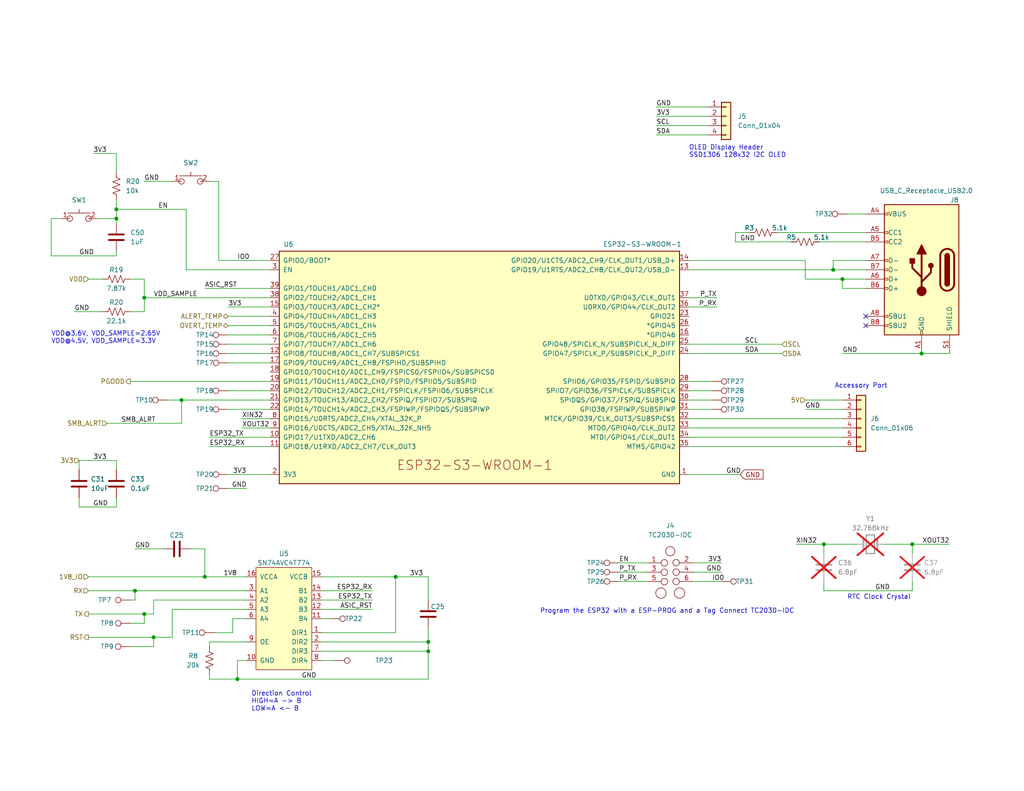
<source format=kicad_sch>
(kicad_sch (version 20231120) (generator "eeschema") (generator_version "8.0")
  (paper "A")
  (title_block (title "bitaxeHex") (date "2024-03-09") (rev "303"))
  (lib_symbols
    (symbol "Connector:TestPoint" (pin_numbers hide) (pin_names (offset 0.762) hide)
      (property "Reference" "TP" (at 0 6.858 0))
      (property "Value" "TestPoint" (at 0 5.08 0))
      (symbol "TestPoint_0_1"
        (circle (center 0 3.302) (radius 0.762))
      )
      (symbol "TestPoint_1_1"
        (pin passive line (at 0 0 90) (length 2.54) (name "1") (number "1"))
      )
    )
    (symbol "Connector:USB_C_Receptacle_USB2.0" (pin_names (offset 1.016))
      (property "Reference" "J" (at -10.16 19.05 0))
      (property "Value" "USB_C_Receptacle_USB2.0" (at 19.05 19.05 0))
      (symbol "USB_C_Receptacle_USB2.0_0_0"
        (rectangle (start -0.254 -17.78) (end 0.254 -16.764))
        (rectangle (start 10.16 -14.986) (end 9.144 -15.494))
        (rectangle (start 10.16 -12.446) (end 9.144 -12.954))
        (rectangle (start 10.16 -4.826) (end 9.144 -5.334))
        (rectangle (start 10.16 -2.286) (end 9.144 -2.794))
        (rectangle (start 10.16 0.254) (end 9.144 -0.254))
        (rectangle (start 10.16 2.794) (end 9.144 2.286))
        (rectangle (start 10.16 7.874) (end 9.144 7.366))
        (rectangle (start 10.16 10.414) (end 9.144 9.906))
        (rectangle (start 10.16 15.494) (end 9.144 14.986))
      )
      (symbol "USB_C_Receptacle_USB2.0_0_1"
        (rectangle (start -10.16 17.78) (end 10.16 -17.78) (stroke (width 0.254)) (fill (type background)))
        (arc (start -8.89 -3.81) (mid -6.985 -5.7067) (end -5.08 -3.81) (stroke (width 0.508)))
        (arc (start -7.62 -3.81) (mid -6.985 -4.4423) (end -6.35 -3.81) (stroke (width 0.254)))
        (arc (start -7.62 -3.81) (mid -6.985 -4.4423) (end -6.35 -3.81) (stroke (width 0.254)) (fill (type outline)))
        (rectangle (start -7.62 -3.81) (end -6.35 3.81) (stroke (width 0.254)) (fill (type outline)))
        (arc (start -6.35 3.81) (mid -6.985 4.4423) (end -7.62 3.81) (stroke (width 0.254)))
        (arc (start -6.35 3.81) (mid -6.985 4.4423) (end -7.62 3.81) (stroke (width 0.254)) (fill (type outline)))
        (arc (start -5.08 3.81) (mid -6.985 5.7067) (end -8.89 3.81) (stroke (width 0.508)))
        (circle (center -2.54 1.143) (radius 0.635) (stroke (width 0.254)) (fill (type outline)))
        (circle (center 0 -5.842) (radius 1.27) (fill (type outline)))
        (polyline (pts (xy -8.89 -3.81) (xy -8.89 3.81)) (stroke (width 0.508)))
        (polyline (pts (xy -5.08 3.81) (xy -5.08 -3.81)) (stroke (width 0.508)))
        (polyline (pts (xy 0 -5.842) (xy 0 4.318)) (stroke (width 0.508)))
        (polyline (pts (xy 0 -3.302) (xy -2.54 -0.762) (xy -2.54 0.508)) (stroke (width 0.508)))
        (polyline (pts (xy 0 -2.032) (xy 2.54 0.508) (xy 2.54 1.778)) (stroke (width 0.508)))
        (polyline (pts (xy -1.27 4.318) (xy 0 6.858) (xy 1.27 4.318) (xy -1.27 4.318)) (stroke (width 0.254)) (fill (type outline)))
        (rectangle (start 1.905 1.778) (end 3.175 3.048) (stroke (width 0.254)) (fill (type outline)))
      )
      (symbol "USB_C_Receptacle_USB2.0_1_1"
        (pin passive line (at 0 -22.86 90) (length 5.08) (name "GND") (number "A1"))
        (pin passive line (at 0 -22.86 90) (length 5.08) hide (name "GND") (number "A12"))
        (pin passive line (at 15.24 15.24 180) (length 5.08) (name "VBUS") (number "A4"))
        (pin bidirectional line (at 15.24 10.16 180) (length 5.08) (name "CC1") (number "A5"))
        (pin bidirectional line (at 15.24 -2.54 180) (length 5.08) (name "D+") (number "A6"))
        (pin bidirectional line (at 15.24 2.54 180) (length 5.08) (name "D-") (number "A7"))
        (pin bidirectional line (at 15.24 -12.7 180) (length 5.08) (name "SBU1") (number "A8"))
        (pin passive line (at 15.24 15.24 180) (length 5.08) hide (name "VBUS") (number "A9"))
        (pin passive line (at 0 -22.86 90) (length 5.08) hide (name "GND") (number "B1"))
        (pin passive line (at 0 -22.86 90) (length 5.08) hide (name "GND") (number "B12"))
        (pin passive line (at 15.24 15.24 180) (length 5.08) hide (name "VBUS") (number "B4"))
        (pin bidirectional line (at 15.24 7.62 180) (length 5.08) (name "CC2") (number "B5"))
        (pin bidirectional line (at 15.24 -5.08 180) (length 5.08) (name "D+") (number "B6"))
        (pin bidirectional line (at 15.24 0 180) (length 5.08) (name "D-") (number "B7"))
        (pin bidirectional line (at 15.24 -15.24 180) (length 5.08) (name "SBU2") (number "B8"))
        (pin passive line (at 15.24 15.24 180) (length 5.08) hide (name "VBUS") (number "B9"))
        (pin passive line (at -7.62 -22.86 90) (length 5.08) (name "SHIELD") (number "S1"))
      )
    )
    (symbol "Connector_Generic:Conn_01x04" (pin_names (offset 1.016) hide)
      (property "Reference" "J" (at 0 5.08 0))
      (property "Value" "Conn_01x04" (at 0 -7.62 0))
      (symbol "Conn_01x04_1_1"
        (rectangle (start -1.27 -4.953) (end 0 -5.207) (stroke (width 0.1524)))
        (rectangle (start -1.27 -2.413) (end 0 -2.667) (stroke (width 0.1524)))
        (rectangle (start -1.27 0.127) (end 0 -0.127) (stroke (width 0.1524)))
        (rectangle (start -1.27 2.667) (end 0 2.413) (stroke (width 0.1524)))
        (rectangle (start -1.27 3.81) (end 1.27 -6.35) (stroke (width 0.254)) (fill (type background)))
        (pin passive line (at -5.08 2.54 0) (length 3.81) (name "Pin_1") (number "1"))
        (pin passive line (at -5.08 0 0) (length 3.81) (name "Pin_2") (number "2"))
        (pin passive line (at -5.08 -2.54 0) (length 3.81) (name "Pin_3") (number "3"))
        (pin passive line (at -5.08 -5.08 0) (length 3.81) (name "Pin_4") (number "4"))
      )
    )
    (symbol "Connector_Generic:Conn_01x06" (pin_names (offset 1.016) hide)
      (property "Reference" "J" (at 0 7.62 0))
      (property "Value" "Conn_01x06" (at 0 -10.16 0))
      (symbol "Conn_01x06_1_1"
        (rectangle (start -1.27 -7.493) (end 0 -7.747) (stroke (width 0.1524)))
        (rectangle (start -1.27 -4.953) (end 0 -5.207) (stroke (width 0.1524)))
        (rectangle (start -1.27 -2.413) (end 0 -2.667) (stroke (width 0.1524)))
        (rectangle (start -1.27 0.127) (end 0 -0.127) (stroke (width 0.1524)))
        (rectangle (start -1.27 2.667) (end 0 2.413) (stroke (width 0.1524)))
        (rectangle (start -1.27 5.207) (end 0 4.953) (stroke (width 0.1524)))
        (rectangle (start -1.27 6.35) (end 1.27 -8.89) (stroke (width 0.254)) (fill (type background)))
        (pin passive line (at -5.08 5.08 0) (length 3.81) (name "Pin_1") (number "1"))
        (pin passive line (at -5.08 2.54 0) (length 3.81) (name "Pin_2") (number "2"))
        (pin passive line (at -5.08 0 0) (length 3.81) (name "Pin_3") (number "3"))
        (pin passive line (at -5.08 -2.54 0) (length 3.81) (name "Pin_4") (number "4"))
        (pin passive line (at -5.08 -5.08 0) (length 3.81) (name "Pin_5") (number "5"))
        (pin passive line (at -5.08 -7.62 0) (length 3.81) (name "Pin_6") (number "6"))
      )
    )
    (symbol "Device:C" (pin_numbers hide) (pin_names (offset 0.254))
      (property "Reference" "C" (at 0.635 2.54 0))
      (property "Value" "C" (at 0.635 -2.54 0))
      (symbol "C_0_1"
        (polyline (pts (xy -2.032 -0.762) (xy 2.032 -0.762)) (stroke (width 0.508)))
        (polyline (pts (xy -2.032 0.762) (xy 2.032 0.762)) (stroke (width 0.508)))
      )
      (symbol "C_1_1"
        (pin passive line (at 0 3.81 270) (length 2.794) (name "~") (number "1"))
        (pin passive line (at 0 -3.81 90) (length 2.794) (name "~") (number "2"))
      )
    )
    (symbol "Device:Crystal" (pin_numbers hide) (pin_names (offset 1.016) hide)
      (property "Reference" "Y" (at 0 3.81 0))
      (property "Value" "Crystal" (at 0 -3.81 0))
      (symbol "Crystal_0_1"
        (rectangle (start -1.143 2.54) (end 1.143 -2.54) (stroke (width 0.3048)))
        (polyline (pts (xy -2.54 0) (xy -1.905 0)))
        (polyline (pts (xy -1.905 -1.27) (xy -1.905 1.27)) (stroke (width 0.508)))
        (polyline (pts (xy 1.905 -1.27) (xy 1.905 1.27)) (stroke (width 0.508)))
        (polyline (pts (xy 2.54 0) (xy 1.905 0)))
      )
      (symbol "Crystal_1_1"
        (pin passive line (at -3.81 0 0) (length 1.27) (name "1") (number "1"))
        (pin passive line (at 3.81 0 180) (length 1.27) (name "2") (number "2"))
      )
    )
    (symbol "Device:R_US" (pin_numbers hide) (pin_names (offset 0))
      (property "Reference" "R" (at 2.54 0 90))
      (property "Value" "R_US" (at -2.54 0 90))
      (symbol "R_US_0_1"
        (polyline (pts (xy 0 -2.286) (xy 0 -2.54)))
        (polyline (pts (xy 0 2.286) (xy 0 2.54)))
        (polyline (pts (xy 0 -0.762) (xy 1.016 -1.143) (xy 0 -1.524) (xy -1.016 -1.905) (xy 0 -2.286)))
        (polyline (pts (xy 0 0.762) (xy 1.016 0.381) (xy 0 0) (xy -1.016 -0.381) (xy 0 -0.762)))
        (polyline (pts (xy 0 2.286) (xy 1.016 1.905) (xy 0 1.524) (xy -1.016 1.143) (xy 0 0.762)))
      )
      (symbol "R_US_1_1"
        (pin passive line (at 0 3.81 270) (length 1.27) (name "~") (number "1"))
        (pin passive line (at 0 -3.81 90) (length 1.27) (name "~") (number "2"))
      )
    )
    (symbol "bitaxe:ESP32-S3-WROOM-1" (pin_names (offset 1.016))
      (property "Reference" "U12" (at -50.8 34.925 0))
      (property "Value" "ESP32-S3-WROOM-1" (at 45.72 34.925 0))
      (symbol "ESP32-S3-WROOM-1_0_0"
        (rectangle (start -53.34 33.02) (end 55.88 -30.48) (stroke (width 0.254)) (fill (type background)))
        (text "ESP32-S3-WROOM-1" (at 0 -25.4 0) (effects (font (size 2.54 2.54))))
        (pin power_in line (at 58.42 -27.94 180) (length 2.54) (name "GND") (number "1"))
        (pin bidirectional line (at -55.88 -17.78 0) (length 2.54) (name "GPIO17/U1TXD/ADC2_CH6") (number "10"))
        (pin bidirectional line (at -55.88 -20.32 0) (length 2.54) (name "GPIO18/U1RXD/ADC2_CH7/CLK_OUT3") (number "11"))
        (pin bidirectional line (at -55.88 5.08 0) (length 2.54) (name "GPIO8/TOUCH8/ADC1_CH7/SUBSPICS1") (number "12"))
        (pin bidirectional line (at 58.42 27.94 180) (length 2.54) (name "GPIO19/U1RTS/ADC2_CH8/CLK_OUT2/USB_D-") (number "13"))
        (pin bidirectional line (at 58.42 30.48 180) (length 2.54) (name "GPIO20/U1CTS/ADC2_CH9/CLK_OUT1/USB_D+") (number "14"))
        (pin bidirectional line (at -55.88 17.78 0) (length 2.54) (name "GPIO3/TOUCH3/ADC1_CH2*") (number "15"))
        (pin bidirectional line (at 58.42 10.16 180) (length 2.54) (name "*GPIO46") (number "16"))
        (pin bidirectional line (at -55.88 2.54 0) (length 2.54) (name "GPIO9/TOUCH9/ADC1_CH8/FSPIHD/SUBSPIHD") (number "17"))
        (pin bidirectional line (at -55.88 0 0) (length 2.54) (name "GPIO10/TOUCH10/ADC1_CH9/FSPICS0/FSPIIO4/SUBSPICS0") (number "18"))
        (pin bidirectional line (at -55.88 -2.54 0) (length 2.54) (name "GPIO11/TOUCH11/ADC2_CH0/FSPID/FSPIIO5/SUBSPID") (number "19"))
        (pin power_in line (at -55.88 -27.94 0) (length 2.54) (name "3V3") (number "2"))
        (pin bidirectional line (at -55.88 -5.08 0) (length 2.54) (name "GPIO12/TOUCH12/ADC2_CH1/FSPICLK/FSPIIO6/SUBSPICLK") (number "20"))
        (pin bidirectional line (at -55.88 -7.62 0) (length 2.54) (name "GPIO13/TOUCH13/ADC2_CH2/FSPIQ/FSPIIO7/SUBSPIQ") (number "21"))
        (pin bidirectional line (at -55.88 -10.16 0) (length 2.54) (name "GPIO14/TOUCH14/ADC2_CH3/FSPIWP/FSPIDQS/SUBSPIWP") (number "22"))
        (pin bidirectional line (at 58.42 15.24 180) (length 2.54) (name "GPIO21") (number "23"))
        (pin bidirectional line (at 58.42 5.08 180) (length 2.54) (name "GPIO47/SPICLK_P/SUBSPICLK_P_DIFF") (number "24"))
        (pin bidirectional line (at 58.42 7.62 180) (length 2.54) (name "GPIO48/SPICLK_N/SUBSPICLK_N_DIFF") (number "25"))
        (pin bidirectional line (at 58.42 12.7 180) (length 2.54) (name "*GPIO45") (number "26"))
        (pin bidirectional line (at -55.88 30.48 0) (length 2.54) (name "GPIO0/BOOT*") (number "27"))
        (pin bidirectional line (at 58.42 -2.54 180) (length 2.54) (name "SPIIO6/GPIO35/FSPID/SUBSPID") (number "28"))
        (pin bidirectional line (at 58.42 -5.08 180) (length 2.54) (name "SPIIO7/GPIO36/FSPICLK/SUBSPICLK") (number "29"))
        (pin input line (at -55.88 27.94 0) (length 2.54) (name "EN") (number "3"))
        (pin bidirectional line (at 58.42 -7.62 180) (length 2.54) (name "SPIDQS/GPIO37/FSPIQ/SUBSPIQ") (number "30"))
        (pin bidirectional line (at 58.42 -10.16 180) (length 2.54) (name "GPIO38/FSPIWP/SUBSPIWP") (number "31"))
        (pin bidirectional line (at 58.42 -12.7 180) (length 2.54) (name "MTCK/GPIO39/CLK_OUT3/SUBSPICS1") (number "32"))
        (pin bidirectional line (at 58.42 -15.24 180) (length 2.54) (name "MTDO/GPIO40/CLK_OUT2") (number "33"))
        (pin bidirectional line (at 58.42 -17.78 180) (length 2.54) (name "MTDI/GPIO41/CLK_OUT1") (number "34"))
        (pin bidirectional line (at 58.42 -20.32 180) (length 2.54) (name "MTMS/GPIO42") (number "35"))
        (pin bidirectional line (at 58.42 17.78 180) (length 2.54) (name "U0RXD/GPIO44/CLK_OUT2") (number "36"))
        (pin bidirectional line (at 58.42 20.32 180) (length 2.54) (name "U0TXD/GPIO43/CLK_OUT1") (number "37"))
        (pin bidirectional line (at -55.88 20.32 0) (length 2.54) (name "GPIO2/TOUCH2/ADC1_CH1") (number "38"))
        (pin bidirectional line (at -55.88 22.86 0) (length 2.54) (name "GPIO1/TOUCH1/ADC1_CH0") (number "39"))
        (pin bidirectional line (at -55.88 15.24 0) (length 2.54) (name "GPIO4/TOUCH4/ADC1_CH3") (number "4"))
        (pin passive line (at 58.42 -27.94 180) (length 2.54) hide (name "GND") (number "40"))
        (pin passive line (at 58.42 -27.94 180) (length 2.54) hide (name "GND") (number "41"))
        (pin bidirectional line (at -55.88 12.7 0) (length 2.54) (name "GPIO5/TOUCH5/ADC1_CH4") (number "5"))
        (pin bidirectional line (at -55.88 10.16 0) (length 2.54) (name "GPIO6/TOUCH6/ADC1_CH5") (number "6"))
        (pin bidirectional line (at -55.88 7.62 0) (length 2.54) (name "GPIO7/TOUCH7/ADC1_CH6") (number "7"))
        (pin bidirectional line (at -55.88 -12.7 0) (length 2.54) (name "GPIO15/U0RTS/ADC2_CH4/XTAL_32K_P") (number "8"))
        (pin bidirectional line (at -55.88 -15.24 0) (length 2.54) (name "GPIO16/U0CTS/ADC2_CH5/XTAL_32K_NH5") (number "9"))
      )
    )
    (symbol "bitaxe:SN74AVC4T774" (pin_names (offset 1.016))
      (property "Reference" "U" (at -6.35 12.7 0))
      (property "Value" "SN74AVC4T774" (at -7.62 -19.05 0))
      (symbol "SN74AVC4T774_0_0"
        (rectangle (start -7.62 11.43) (end 7.62 -16.51) (stroke (width 0.1524)) (fill (type background)))
      )
      (symbol "SN74AVC4T774_1_0"
        (pin input line (at 10.16 -6.35 180) (length 2.54) (name "DIR1") (number "1"))
        (pin power_in line (at -10.16 -13.97 0) (length 2.54) (name "GND") (number "10"))
        (pin bidirectional line (at 10.16 -2.54 180) (length 2.54) (name "B4") (number "11"))
        (pin bidirectional line (at 10.16 0 180) (length 2.54) (name "B3") (number "12"))
        (pin bidirectional line (at 10.16 2.54 180) (length 2.54) (name "B2") (number "13"))
        (pin bidirectional line (at 10.16 5.08 180) (length 2.54) (name "B1") (number "14"))
        (pin power_in line (at 10.16 8.89 180) (length 2.54) (name "VCCB") (number "15"))
        (pin power_in line (at -10.16 8.89 0) (length 2.54) (name "VCCA") (number "16"))
        (pin input line (at 10.16 -8.89 180) (length 2.54) (name "DIR2") (number "2"))
        (pin bidirectional line (at -10.16 5.08 0) (length 2.54) (name "A1") (number "3"))
        (pin bidirectional line (at -10.16 2.54 0) (length 2.54) (name "A2") (number "4"))
        (pin bidirectional line (at -10.16 0 0) (length 2.54) (name "A3") (number "5"))
        (pin bidirectional line (at -10.16 -2.54 0) (length 2.54) (name "A4") (number "6"))
        (pin input line (at 10.16 -11.43 180) (length 2.54) (name "DIR3") (number "7"))
        (pin input line (at 10.16 -13.97 180) (length 2.54) (name "DIR4") (number "8"))
        (pin input line (at -10.16 -8.89 0) (length 2.54) (name "OE") (number "9"))
      )
    )
    (symbol "bitaxe:SWITCH-SPST"
      (property "Reference" "SW1" (at 0 3.81 0))
      (symbol "SWITCH-SPST_0_1"
        (circle (center -2.54 0) (radius 0.76))
        (polyline (pts (xy -3.05 1.52) (xy 3.05 1.52)))
        (polyline (pts (xy 0 1.52) (xy 0 2.54)))
        (circle (center 2.54 0) (radius 0.76))
        (pin unspecified line (at -5.08 0 0) (length 2.54) (name "~") (number "1"))
        (pin unspecified line (at 5.08 0 180) (length 2.54) (name "~") (number "2"))
      )
    )
    (symbol "bitaxe:TC2030-IDC-NL" (pin_names (offset 1.016) hide)
      (property "Reference" "J5" (at 0 12.7 0))
      (property "Value" "TC2030-IDC" (at 0 10.16 0))
      (symbol "TC2030-IDC-NL_0_1"
        (circle (center -2.54 -5.715) (radius 1.4224))
        (circle (center -1.6002 2.54) (radius 0.889))
        (circle (center 0 5.715) (radius 1.27))
      )
      (symbol "TC2030-IDC-NL_1_1"
        (circle (center -1.6002 -2.5908) (radius 0.889))
        (circle (center -1.6002 -0.0508) (radius 0.889))
        (circle (center 1.6002 -2.54) (radius 0.889))
        (circle (center 1.6002 0) (radius 0.889))
        (circle (center 1.6002 2.5908) (radius 0.889))
        (circle (center 2.54 -5.715) (radius 1.4224))
        (pin passive line (at -6.35 2.54 0) (length 3.81) (name "Pin_1") (number "1"))
        (pin passive line (at 6.35 2.54 180) (length 3.81) (name "Pin_2") (number "2"))
        (pin passive line (at -6.35 0 0) (length 3.81) (name "Pin_3") (number "3"))
        (pin passive line (at 6.35 0 180) (length 3.81) (name "Pin_4") (number "4"))
        (pin passive line (at -6.35 -2.54 0) (length 3.81) (name "Pin_5") (number "5"))
        (pin passive line (at 6.35 -2.54 180) (length 3.81) (name "Pin_6") (number "6"))
      )
    )
  )
  (junction (at 31.75 57.15))
  (junction (at 49.53 109.22))
  (junction (at 224.79 148.59))
  (junction (at 116.84 177.8))
  (junction (at 107.95 157.48))
  (junction (at 41.91 173.99))
  (junction (at 116.84 175.26))
  (junction (at 251.46 96.52))
  (junction (at 39.37 81.28))
  (junction (at 39.37 167.64))
  (junction (at 248.92 148.59))
  (junction (at 64.77 185.42))
  (junction (at 36.83 161.29))
  (junction (at 229.87 76.2))
  (junction (at 31.75 59.69))
  (junction (at 55.88 157.48))
  (junction (at 227.33 73.66))
  (no_connect (at 236.22 86.36))
  (no_connect (at 236.22 88.9))
  (wire (pts (xy 107.95 157.48) (xy 116.84 157.48)))
  (wire (pts (xy 57.15 49.53) (xy 59.69 49.53)))
  (wire (pts (xy 39.37 49.53) (xy 46.99 49.53)))
  (wire (pts (xy 21.59 125.73) (xy 21.59 128.27)))
  (wire (pts (xy 219.71 111.76) (xy 229.87 111.76)))
  (wire (pts (xy 31.75 68.58) (xy 31.75 69.85)))
  (wire (pts (xy 187.96 129.54) (xy 201.93 129.54)))
  (wire (pts (xy 64.77 185.42) (xy 116.84 185.42)))
  (wire (pts (xy 67.31 175.26) (xy 57.15 175.26)))
  (wire (pts (xy 116.84 177.8) (xy 116.84 185.42)))
  (wire (pts (xy 67.31 180.34) (xy 64.77 180.34)))
  (wire (pts (xy 13.97 69.85) (xy 31.75 69.85)))
  (wire (pts (xy 39.37 85.09) (xy 35.56 85.09)))
  (wire (pts (xy 25.4 41.91) (xy 31.75 41.91)))
  (wire (pts (xy 87.63 157.48) (xy 107.95 157.48)))
  (wire (pts (xy 187.96 71.12) (xy 219.71 71.12)))
  (wire (pts (xy 50.8 57.15) (xy 31.75 57.15)))
  (wire (pts (xy 39.37 76.2) (xy 39.37 81.28)))
  (wire (pts (xy 241.3 148.59) (xy 248.92 148.59)))
  (wire (pts (xy 62.23 88.9) (xy 73.66 88.9)))
  (wire (pts (xy 189.23 156.21) (xy 196.85 156.21)))
  (wire (pts (xy 36.83 161.29) (xy 67.31 161.29)))
  (wire (pts (xy 187.96 111.76) (xy 194.31 111.76)))
  (wire (pts (xy 62.23 111.76) (xy 73.66 111.76)))
  (wire (pts (xy 31.75 138.43) (xy 21.59 138.43)))
  (wire (pts (xy 224.79 161.29) (xy 224.79 158.75)))
  (wire (pts (xy 229.87 78.74) (xy 236.22 78.74)))
  (wire (pts (xy 251.46 96.52) (xy 259.08 96.52)))
  (wire (pts (xy 63.5 168.91) (xy 67.31 168.91)))
  (wire (pts (xy 189.23 153.67) (xy 196.85 153.67)))
  (wire (pts (xy 87.63 161.29) (xy 101.6 161.29)))
  (wire (pts (xy 59.69 71.12) (xy 73.66 71.12)))
  (wire (pts (xy 31.75 59.69) (xy 31.75 60.96)))
  (wire (pts (xy 31.75 135.89) (xy 31.75 138.43)))
  (wire (pts (xy 36.83 163.83) (xy 36.83 161.29)))
  (wire (pts (xy 227.33 73.66) (xy 236.22 73.66)))
  (wire (pts (xy 62.23 86.36) (xy 73.66 86.36)))
  (wire (pts (xy 200.66 63.5) (xy 204.47 63.5)))
  (wire (pts (xy 229.87 96.52) (xy 251.46 96.52)))
  (wire (pts (xy 229.87 76.2) (xy 229.87 78.74)))
  (wire (pts (xy 87.63 175.26) (xy 116.84 175.26)))
  (wire (pts (xy 49.53 109.22) (xy 49.53 115.57)))
  (wire (pts (xy 219.71 76.2) (xy 229.87 76.2)))
  (wire (pts (xy 39.37 81.28) (xy 39.37 85.09)))
  (wire (pts (xy 248.92 148.59) (xy 259.08 148.59)))
  (wire (pts (xy 66.04 114.3) (xy 73.66 114.3)))
  (wire (pts (xy 87.63 166.37) (xy 101.6 166.37)))
  (wire (pts (xy 187.96 73.66) (xy 227.33 73.66)))
  (wire (pts (xy 87.63 163.83) (xy 101.6 163.83)))
  (wire (pts (xy 187.96 121.92) (xy 229.87 121.92)))
  (wire (pts (xy 45.72 109.22) (xy 49.53 109.22)))
  (wire (pts (xy 35.56 176.53) (xy 41.91 176.53)))
  (wire (pts (xy 58.42 172.72) (xy 63.5 172.72)))
  (wire (pts (xy 217.17 148.59) (xy 224.79 148.59)))
  (wire (pts (xy 116.84 175.26) (xy 116.84 177.8)))
  (wire (pts (xy 224.79 161.29) (xy 248.92 161.29)))
  (wire (pts (xy 41.91 167.64) (xy 39.37 167.64)))
  (wire (pts (xy 224.79 148.59) (xy 224.79 151.13)))
  (wire (pts (xy 24.13 76.2) (xy 27.94 76.2)))
  (wire (pts (xy 219.71 109.22) (xy 229.87 109.22)))
  (wire (pts (xy 67.31 163.83) (xy 41.91 163.83)))
  (wire (pts (xy 20.32 85.09) (xy 27.94 85.09)))
  (wire (pts (xy 189.23 158.75) (xy 196.85 158.75)))
  (wire (pts (xy 59.69 49.53) (xy 59.69 71.12)))
  (wire (pts (xy 179.07 34.29) (xy 193.04 34.29)))
  (wire (pts (xy 57.15 175.26) (xy 57.15 176.53)))
  (wire (pts (xy 62.23 91.44) (xy 73.66 91.44)))
  (wire (pts (xy 200.66 66.04) (xy 200.66 63.5)))
  (wire (pts (xy 66.04 116.84) (xy 73.66 116.84)))
  (wire (pts (xy 49.53 109.22) (xy 73.66 109.22)))
  (wire (pts (xy 41.91 173.99) (xy 24.13 173.99)))
  (wire (pts (xy 187.96 114.3) (xy 229.87 114.3)))
  (wire (pts (xy 13.97 59.69) (xy 13.97 69.85)))
  (wire (pts (xy 187.96 109.22) (xy 194.31 109.22)))
  (wire (pts (xy 35.56 170.18) (xy 39.37 170.18)))
  (wire (pts (xy 52.07 149.86) (xy 55.88 149.86)))
  (wire (pts (xy 26.67 59.69) (xy 31.75 59.69)))
  (wire (pts (xy 87.63 180.34) (xy 91.44 180.34)))
  (wire (pts (xy 224.79 148.59) (xy 233.68 148.59)))
  (wire (pts (xy 73.66 81.28) (xy 39.37 81.28)))
  (wire (pts (xy 168.91 158.75) (xy 176.53 158.75)))
  (wire (pts (xy 87.63 168.91) (xy 90.17 168.91)))
  (wire (pts (xy 36.83 149.86) (xy 44.45 149.86)))
  (wire (pts (xy 39.37 167.64) (xy 24.13 167.64)))
  (wire (pts (xy 179.07 36.83) (xy 193.04 36.83)))
  (wire (pts (xy 62.23 133.35) (xy 67.31 133.35)))
  (wire (pts (xy 57.15 185.42) (xy 57.15 184.15)))
  (wire (pts (xy 62.23 96.52) (xy 73.66 96.52)))
  (wire (pts (xy 55.88 78.74) (xy 73.66 78.74)))
  (wire (pts (xy 227.33 71.12) (xy 227.33 73.66)))
  (wire (pts (xy 31.75 41.91) (xy 31.75 46.99)))
  (wire (pts (xy 187.96 81.28) (xy 195.58 81.28)))
  (wire (pts (xy 219.71 76.2) (xy 219.71 71.12)))
  (wire (pts (xy 229.87 76.2) (xy 236.22 76.2)))
  (wire (pts (xy 168.91 156.21) (xy 176.53 156.21)))
  (wire (pts (xy 62.23 83.82) (xy 73.66 83.82)))
  (wire (pts (xy 21.59 138.43) (xy 21.59 135.89)))
  (wire (pts (xy 73.66 73.66) (xy 50.8 73.66)))
  (wire (pts (xy 16.51 59.69) (xy 13.97 59.69)))
  (wire (pts (xy 187.96 106.68) (xy 194.31 106.68)))
  (wire (pts (xy 116.84 171.45) (xy 116.84 175.26)))
  (wire (pts (xy 248.92 148.59) (xy 248.92 151.13)))
  (wire (pts (xy 57.15 121.92) (xy 73.66 121.92)))
  (wire (pts (xy 55.88 149.86) (xy 55.88 157.48)))
  (wire (pts (xy 57.15 119.38) (xy 73.66 119.38)))
  (wire (pts (xy 31.75 54.61) (xy 31.75 57.15)))
  (wire (pts (xy 168.91 153.67) (xy 176.53 153.67)))
  (wire (pts (xy 187.96 116.84) (xy 229.87 116.84)))
  (wire (pts (xy 46.99 166.37) (xy 46.99 173.99)))
  (wire (pts (xy 215.9 66.04) (xy 200.66 66.04)))
  (wire (pts (xy 35.56 104.14) (xy 73.66 104.14)))
  (wire (pts (xy 62.23 99.06) (xy 73.66 99.06)))
  (wire (pts (xy 212.09 63.5) (xy 236.22 63.5)))
  (wire (pts (xy 41.91 163.83) (xy 41.91 167.64)))
  (wire (pts (xy 35.56 163.83) (xy 36.83 163.83)))
  (wire (pts (xy 46.99 173.99) (xy 41.91 173.99)))
  (wire (pts (xy 39.37 170.18) (xy 39.37 167.64)))
  (wire (pts (xy 87.63 177.8) (xy 116.84 177.8)))
  (wire (pts (xy 116.84 157.48) (xy 116.84 163.83)))
  (wire (pts (xy 187.96 83.82) (xy 195.58 83.82)))
  (wire (pts (xy 64.77 185.42) (xy 57.15 185.42)))
  (wire (pts (xy 107.95 172.72) (xy 107.95 157.48)))
  (wire (pts (xy 62.23 129.54) (xy 73.66 129.54)))
  (wire (pts (xy 248.92 158.75) (xy 248.92 161.29)))
  (wire (pts (xy 31.75 125.73) (xy 21.59 125.73)))
  (wire (pts (xy 35.56 76.2) (xy 39.37 76.2)))
  (wire (pts (xy 187.96 96.52) (xy 213.36 96.52)))
  (wire (pts (xy 24.13 161.29) (xy 36.83 161.29)))
  (wire (pts (xy 29.21 115.57) (xy 49.53 115.57)))
  (wire (pts (xy 223.52 66.04) (xy 236.22 66.04)))
  (wire (pts (xy 179.07 31.75) (xy 193.04 31.75)))
  (wire (pts (xy 231.14 58.42) (xy 236.22 58.42)))
  (wire (pts (xy 55.88 157.48) (xy 67.31 157.48)))
  (wire (pts (xy 31.75 128.27) (xy 31.75 125.73)))
  (wire (pts (xy 41.91 176.53) (xy 41.91 173.99)))
  (wire (pts (xy 62.23 106.68) (xy 73.66 106.68)))
  (wire (pts (xy 236.22 71.12) (xy 227.33 71.12)))
  (wire (pts (xy 187.96 104.14) (xy 194.31 104.14)))
  (wire (pts (xy 187.96 93.98) (xy 213.36 93.98)))
  (wire (pts (xy 63.5 172.72) (xy 63.5 168.91)))
  (wire (pts (xy 67.31 166.37) (xy 46.99 166.37)))
  (wire (pts (xy 62.23 93.98) (xy 73.66 93.98)))
  (wire (pts (xy 24.13 157.48) (xy 55.88 157.48)))
  (wire (pts (xy 31.75 57.15) (xy 31.75 59.69)))
  (wire (pts (xy 50.8 73.66) (xy 50.8 57.15)))
  (wire (pts (xy 187.96 119.38) (xy 229.87 119.38)))
  (wire (pts (xy 64.77 180.34) (xy 64.77 185.42)))
  (wire (pts (xy 87.63 172.72) (xy 107.95 172.72)))
  (wire (pts (xy 179.07 29.21) (xy 193.04 29.21)))
  (text "OLED Display Header\nSSD1306 128x32 I2C OLED" (at 187.96 43.18 0) (effects (font (size 1.27 1.27)) (justify left bottom)))
  (text "RTC Clock Crystal" (at 231.14 163.83 0) (effects (font (size 1.27 1.27)) (justify left bottom)))
  (text "Accessory Port" (at 234.95 105.41 0) (effects (font (size 1.27 1.27))))
  (text "Program the ESP32 with a ESP-PROG and a Tag Connect TC2030-IDC" (at 147.32 167.64 0) (effects (font (size 1.27 1.27)) (justify left bottom)))
  (text "VDD@3.6V, VDD_SAMPLE=2.65V\nVDD@4.5V, VDD_SAMPLE=3.3V\n" (at 13.97 93.98 0) (effects (font (size 1.27 1.27)) (justify left bottom)))
  (text "Direction Control\nHIGH=A -> B\nLOW=A <- B" (at 68.58 194.31 0) (effects (font (size 1.27 1.27)) (justify left bottom)))
  (label "EN" (at 43.18 57.15 0))
  (label "P_RX" (at 168.91 158.75 0))
  (label "GND" (at 229.87 96.52 0))
  (label "3V3" (at 111.76 157.48 0))
  (label "GND" (at 20.32 85.09 0))
  (label "3V3" (at 62.23 83.82 0))
  (label "1V8" (at 60.96 157.48 0))
  (label "SMB_ALRT" (at 33.02 115.57 0))
  (label "P_TX" (at 168.91 156.21 0))
  (label "EN" (at 168.91 153.67 0))
  (label "GND" (at 201.93 66.04 0))
  (label "XOUT32" (at 259.08 148.59 180))
  (label "P_RX" (at 195.58 83.82 180))
  (label "GND" (at 21.59 69.85 0))
  (label "GND" (at 25.4 138.43 0))
  (label "3V3" (at 63.5 129.54 0))
  (label "3V3" (at 179.07 31.75 0))
  (label "GND" (at 179.07 29.21 0))
  (label "GND" (at 219.71 111.76 0))
  (label "SDA" (at 203.2 96.52 0))
  (label "GND" (at 67.31 133.35 180))
  (label "ASIC_RST" (at 101.6 166.37 180))
  (label "XIN32" (at 66.04 114.3 0))
  (label "GND" (at 238.76 161.29 0))
  (label "GND" (at 39.37 49.53 0))
  (label "3V3" (at 196.85 153.67 180))
  (label "SDA" (at 179.07 36.83 0))
  (label "IO0" (at 194.31 158.75 0))
  (label "SCL" (at 203.2 93.98 0))
  (label "XOUT32" (at 66.04 116.84 0))
  (label "XIN32" (at 217.17 148.59 0))
  (label "GND" (at 198.12 129.54 0))
  (label "3V3" (at 25.4 125.73 0))
  (label "GND" (at 36.83 149.86 0))
  (label "IO0" (at 64.77 71.12 0))
  (label "P_TX" (at 195.58 81.28 180))
  (label "VDD_SAMPLE" (at 41.91 81.28 0))
  (label "SCL" (at 179.07 34.29 0))
  (label "GND" (at 196.85 156.21 180))
  (label "3V3" (at 25.4 41.91 0))
  (label "ESP32_TX" (at 101.6 163.83 180))
  (label "ESP32_RX" (at 57.15 121.92 0))
  (label "ESP32_RX" (at 101.6 161.29 180))
  (label "ASIC_RST" (at 55.88 78.74 0))
  (label "ESP32_TX" (at 57.15 119.38 0))
  (label "GND" (at 86.36 185.42 180))
  (global_label "GND" (shape input) (at 201.93 129.54 0) (property "Intersheetrefs" "${INTERSHEET_REFS}" (effects (hide yes))))
  (hierarchical_label "1V8_IO" (shape input) (at 24.13 157.48 180))
  (hierarchical_label "SMB_ALRT" (shape input) (at 29.21 115.57 180))
  (hierarchical_label "3V3" (shape input) (at 21.59 125.73 180))
  (hierarchical_label "OVERT_TEMP" (shape bidirectional) (at 62.23 88.9 180))
  (hierarchical_label "ALERT_TEMP" (shape bidirectional) (at 62.23 86.36 180))
  (hierarchical_label "SCL" (shape input) (at 213.36 93.98 0))
  (hierarchical_label "SDA" (shape input) (at 213.36 96.52 0))
  (hierarchical_label "5V" (shape input) (at 219.71 109.22 180))
  (hierarchical_label "VDD" (shape input) (at 24.13 76.2 180))
  (hierarchical_label "RST" (shape output) (at 24.13 173.99 180))
  (hierarchical_label "PGOOD" (shape output) (at 35.56 104.14 180))
  (hierarchical_label "TX" (shape output) (at 24.13 167.64 180))
  (hierarchical_label "RX" (shape input) (at 24.13 161.29 180))
  (symbol (lib_id "Device:R_US") (at 208.28 63.5 90) (unit 1)
    (property "Reference" "R3" (at 204.47 62.23 90))
    (property "Value" "5.1k" (at 212.725 62.23 90))
    (property "Footprint" "Resistor_SMD:R_0402_1005Metric" (effects (hide yes)))
    (property "DK" "13-RC0402FR-135K1LCT-ND" (effects (hide yes)))
    (property "PARTNO" "RC0402FR-135K1L" (effects (hide yes)))
  )
  (symbol (lib_id "Device:C") (at 31.75 64.77 0) (unit 1)
    (property "Reference" "C50" (at 35.56 63.4999 0) (effects (justify left)))
    (property "Value" "1uF" (at 35.56 66.0399 0) (effects (justify left)))
    (property "Footprint" "Capacitor_SMD:C_0402_1005Metric" (effects (hide yes)))
    (property "DK" "587-5514-1-ND" (effects (hide yes)))
    (property "PARTNO" "EMK105BJ105MV-F" (effects (hide yes)))
  )
  (symbol (lib_id "Connector:TestPoint") (at 62.23 93.98 90) (unit 1) (in_bom no)
    (property "Reference" "TP15" (at 55.88 93.98 90))
    (property "Value" "TestPoint" (effects (hide yes)))
    (property "Footprint" "TestPoint:TestPoint_Pad_D1.0mm" (effects (hide yes)))
  )
  (symbol (lib_id "Device:R_US") (at 31.75 76.2 270) (unit 1)
    (property "Reference" "R19" (at 31.75 73.66 90))
    (property "Value" "7.87k" (at 31.75 78.74 90))
    (property "Footprint" "Resistor_SMD:R_0402_1005Metric" (effects (hide yes)))
    (property "DK" "311-7.87KLRCT-ND" (effects (hide yes)))
    (property "PARTNO" "RC0402FR-077K87L" (effects (hide yes)))
  )
  (symbol (lib_id "Connector:TestPoint") (at 194.31 104.14 270) (mirror x) (unit 1) (in_bom no)
    (property "Reference" "TP27" (at 200.66 104.14 90))
    (property "Value" "TestPoint" (effects (hide yes)))
    (property "Footprint" "TestPoint:TestPoint_Pad_D1.0mm" (effects (hide yes)))
  )
  (symbol (lib_id "Device:C") (at 224.79 154.94 0) (unit 1) (in_bom no) (dnp yes)
    (property "Reference" "C36" (at 228.6 153.6699 0) (effects (justify left)))
    (property "Value" "6.8pF" (at 228.6 156.2099 0) (effects (justify left)))
    (property "Footprint" "Capacitor_SMD:C_0402_1005Metric" (effects (hide yes)))
    (property "DK" "399-C0402C689C5GAC7867CT-ND" (effects (hide yes)))
    (property "PARTNO" "C0402C689C5GAC7867" (effects (hide yes)))
  )
  (symbol (lib_id "Device:C") (at 116.84 167.64 0) (unit 1)
    (property "Reference" "C25" (at 117.475 166.37 0) (effects (justify left bottom)))
    (property "Value" "311-3342-1-ND" (effects (hide yes)))
    (property "Footprint" "Capacitor_SMD:C_0402_1005Metric" (effects (hide yes)))
    (property "DK" "478-KGM05AR71C104KHCT-ND" (effects (hide yes)))
    (property "PARTNO" "KGM05AR71C104KH" (effects (hide yes)))
    (instances (project "Hashat" (path "" (reference "C25") (unit 1))) (project "bitaxeHex" (path "" (reference "C35") (unit 1))))
  )
  (symbol (lib_id "Device:C") (at 48.26 149.86 90) (unit 1)
    (property "Reference" "C25" (at 50.165 145.415 90) (effects (justify left bottom)))
    (property "Value" "311-3342-1-ND" (effects (hide yes)))
    (property "Footprint" "Capacitor_SMD:C_0402_1005Metric" (effects (hide yes)))
    (property "DK" "478-KGM05AR71C104KHCT-ND" (effects (hide yes)))
    (property "PARTNO" "KGM05AR71C104KH" (effects (hide yes)))
    (instances (project "Hashat" (path "" (reference "C25") (unit 1))) (project "bitaxeHex" (path "" (reference "C34") (unit 1))))
  )
  (symbol (lib_id "Connector:TestPoint") (at 35.56 163.83 90) (mirror x) (unit 1) (in_bom no)
    (property "Reference" "TP7" (at 28.575 163.83 90))
    (property "Value" "TestPoint" (effects (hide yes)))
    (property "Footprint" "TestPoint:TestPoint_Pad_D1.0mm" (effects (hide yes)))
  )
  (symbol (lib_id "Device:C") (at 31.75 132.08 0) (unit 1)
    (property "Reference" "C33" (at 35.56 130.8099 0) (effects (justify left)))
    (property "Value" "0.1uF" (at 35.56 133.3499 0) (effects (justify left)))
    (property "Footprint" "Capacitor_SMD:C_0402_1005Metric" (effects (hide yes)))
    (property "DK" "478-KGM05AR71C104KHCT-ND" (effects (hide yes)))
    (property "PARTNO" "KGM05AR71C104KH" (effects (hide yes)))
  )
  (symbol (lib_id "Connector:TestPoint") (at 62.23 96.52 90) (unit 1) (in_bom no)
    (property "Reference" "TP16" (at 55.88 96.52 90))
    (property "Value" "TestPoint" (effects (hide yes)))
    (property "Footprint" "TestPoint:TestPoint_Pad_D1.0mm" (effects (hide yes)))
  )
  (symbol (lib_id "Connector:TestPoint") (at 231.14 58.42 90) (mirror x) (unit 1) (in_bom no)
    (property "Reference" "TP32" (at 224.79 58.42 90))
    (property "Value" "TestPoint" (effects (hide yes)))
    (property "Footprint" "TestPoint:TestPoint_Pad_D1.0mm" (effects (hide yes)))
  )
  (symbol (lib_id "Connector_Generic:Conn_01x04") (at 198.12 31.75 0) (unit 1) (in_bom no)
    (property "Reference" "J5" (at 201.295 31.75 0) (effects (justify left)))
    (property "Value" "Conn_01x04" (at 201.295 34.29 0) (effects (justify left)))
    (property "Footprint" "Connector_PinHeader_2.54mm:PinHeader_1x04_P2.54mm_Vertical" (effects (hide yes)))
  )
  (symbol (lib_id "Connector:TestPoint") (at 194.31 109.22 270) (mirror x) (unit 1) (in_bom no)
    (property "Reference" "TP29" (at 200.66 109.22 90))
    (property "Value" "TestPoint" (effects (hide yes)))
    (property "Footprint" "TestPoint:TestPoint_Pad_D1.0mm" (effects (hide yes)))
  )
  (symbol (lib_id "Device:R_US") (at 219.71 66.04 90) (unit 1)
    (property "Reference" "R5" (at 215.9 64.77 90))
    (property "Value" "5.1k" (at 224.155 64.77 90))
    (property "Footprint" "Resistor_SMD:R_0402_1005Metric" (effects (hide yes)))
    (property "DK" "13-RC0402FR-135K1LCT-ND" (effects (hide yes)))
    (property "PARTNO" "RC0402FR-135K1L" (effects (hide yes)))
  )
  (symbol (lib_id "Connector:TestPoint") (at 62.23 99.06 90) (unit 1) (in_bom no)
    (property "Reference" "TP17" (at 55.88 99.06 90))
    (property "Value" "TestPoint" (effects (hide yes)))
    (property "Footprint" "TestPoint:TestPoint_Pad_D1.0mm" (effects (hide yes)))
  )
  (symbol (lib_id "Device:C") (at 248.92 154.94 0) (unit 1) (in_bom no) (dnp yes)
    (property "Reference" "C37" (at 252.095 153.6699 0) (effects (justify left)))
    (property "Value" "6.8pF" (at 252.095 156.2099 0) (effects (justify left)))
    (property "Footprint" "Capacitor_SMD:C_0402_1005Metric" (effects (hide yes)))
    (property "DK" "399-C0402C689C5GAC7867CT-ND" (effects (hide yes)))
    (property "PARTNO" "C0402C689C5GAC7867" (effects (hide yes)))
  )
  (symbol (lib_id "bitaxe:SWITCH-SPST") (at 52.07 49.53 0) (unit 1)
    (property "Reference" "SW2" (at 52.07 44.45 0))
    (property "Value" "SWITCH-SPST" (effects (hide yes)))
    (property "Footprint" "bitaxe:TL3340-switch" (effects (hide yes)))
    (property "Datasheet" "https://sten-eswitch-13110800-production.s3.amazonaws.com/system/asset/product_line/data_sheet/164/TL3340.pdf" (effects (hide yes)))
    (property "PARTNO" "TL3340AF160QG" (effects (hide yes)))
    (property "DK" "EG4627CT-ND" (effects (hide yes)))
  )
  (symbol (lib_id "Connector:TestPoint") (at 90.17 168.91 270) (mirror x) (unit 1) (in_bom no)
    (property "Reference" "TP22" (at 96.52 168.91 90))
    (property "Value" "TestPoint" (effects (hide yes)))
    (property "Footprint" "TestPoint:TestPoint_Pad_D1.0mm" (effects (hide yes)))
  )
  (symbol (lib_id "Connector:TestPoint") (at 194.31 111.76 270) (mirror x) (unit 1) (in_bom no)
    (property "Reference" "TP30" (at 200.66 111.76 90))
    (property "Value" "TestPoint" (effects (hide yes)))
    (property "Footprint" "TestPoint:TestPoint_Pad_D1.0mm" (effects (hide yes)))
  )
  (symbol (lib_id "Connector:TestPoint") (at 58.42 172.72 90) (mirror x) (unit 1) (in_bom no)
    (property "Reference" "TP11" (at 52.07 172.72 90))
    (property "Value" "TestPoint" (effects (hide yes)))
    (property "Footprint" "TestPoint:TestPoint_Pad_D1.0mm" (effects (hide yes)))
  )
  (symbol (lib_id "Connector:TestPoint") (at 62.23 133.35 90) (mirror x) (unit 1) (in_bom no)
    (property "Reference" "TP21" (at 55.88 133.35 90))
    (property "Value" "TestPoint" (effects (hide yes)))
    (property "Footprint" "TestPoint:TestPoint_Pad_D1.0mm" (effects (hide yes)))
  )
  (symbol (lib_id "Connector:TestPoint") (at 168.91 156.21 90) (mirror x) (unit 1) (in_bom no)
    (property "Reference" "TP25" (at 162.56 156.21 90))
    (property "Value" "TestPoint" (effects (hide yes)))
    (property "Footprint" "TestPoint:TestPoint_Pad_D1.0mm" (effects (hide yes)))
  )
  (symbol (lib_id "Connector:TestPoint") (at 196.85 158.75 270) (mirror x) (unit 1) (in_bom no)
    (property "Reference" "TP31" (at 203.2 158.75 90))
    (property "Value" "TestPoint" (effects (hide yes)))
    (property "Footprint" "TestPoint:TestPoint_Pad_D1.0mm" (effects (hide yes)))
  )
  (symbol (lib_id "Device:R_US") (at 31.75 50.8 0) (unit 1)
    (property "Reference" "R20" (at 34.29 49.5299 0) (effects (justify left)))
    (property "Value" "10k" (at 34.29 52.0699 0) (effects (justify left)))
    (property "Footprint" "Resistor_SMD:R_0402_1005Metric" (effects (hide yes)))
    (property "DK" "311-10KJRCT-ND" (effects (hide yes)))
    (property "PARTNO" "RC0402JR-0710KL" (effects (hide yes)))
  )
  (symbol (lib_id "Connector_Generic:Conn_01x06") (at 234.95 114.3 0) (unit 1)
    (property "Reference" "J6" (at 237.49 114.2999 0) (effects (justify left)))
    (property "Value" "Conn_01x06" (at 237.49 116.8399 0) (effects (justify left)))
    (property "Footprint" "Connector_PinHeader_2.54mm:PinHeader_1x06_P2.54mm_Vertical" (effects (hide yes)))
    (property "Description" "Generic connector, single row, 01x06, script generated (kicad-library-utils/schlib/autogen/connector/)" (effects (hide yes)))
  )
  (symbol (lib_id "Connector:TestPoint") (at 91.44 180.34 270) (mirror x) (unit 1) (in_bom no)
    (property "Reference" "TP23" (at 104.775 180.34 90))
    (property "Value" "TestPoint" (effects (hide yes)))
    (property "Footprint" "TestPoint:TestPoint_Pad_D1.0mm" (effects (hide yes)))
  )
  (symbol (lib_id "Device:R_US") (at 31.75 85.09 90) (unit 1)
    (property "Reference" "R20" (at 31.75 82.55 90))
    (property "Value" "22.1k" (at 31.75 87.63 90))
    (property "Footprint" "Resistor_SMD:R_0402_1005Metric" (effects (hide yes)))
    (property "DK" "311-22.1KLRCT-ND" (effects (hide yes)))
    (property "PARTNO" "RC0402FR-0722K1L" (effects (hide yes)))
  )
  (symbol (lib_id "bitaxe:TC2030-IDC-NL") (at 182.88 156.21 0) (unit 1) (in_bom no)
    (property "Reference" "J4" (at 182.88 143.51 0))
    (property "Value" "TC2030-IDC" (at 182.88 146.05 0))
    (property "Footprint" "bitaxe:Tag-Connect_TC2030-IDC-NL_2x03_P1.27mm_Vertical" (effects (hide yes)))
  )
  (symbol (lib_id "Connector:TestPoint") (at 194.31 106.68 270) (mirror x) (unit 1) (in_bom no)
    (property "Reference" "TP28" (at 200.66 106.68 90))
    (property "Value" "TestPoint" (effects (hide yes)))
    (property "Footprint" "TestPoint:TestPoint_Pad_D1.0mm" (effects (hide yes)))
  )
  (symbol (lib_id "Device:C") (at 21.59 132.08 0) (unit 1)
    (property "Reference" "C31" (at 24.765 130.8099 0) (effects (justify left)))
    (property "Value" "10uF" (at 24.765 133.3499 0) (effects (justify left)))
    (property "Footprint" "Capacitor_SMD:C_0805_2012Metric" (effects (hide yes)))
    (property "DK" "490-18664-1-ND" (effects (hide yes)))
    (property "PARTNO" "GRM21BR61H106ME43L" (effects (hide yes)))
  )
  (symbol (lib_id "Device:Crystal") (at 237.49 148.59 0) (unit 1) (in_bom no) (dnp yes)
    (property "Reference" "Y1" (at 237.49 141.605 0))
    (property "Value" "32.768kHz" (at 237.49 144.145 0))
    (property "Footprint" "bitaxe:SC32S-7PF20PPM" (effects (hide yes)))
    (property "Datasheet" "https://www.sii.co.jp/en/quartz/files/2013/03/SC-32S_Leaflet_e20151217.pdf" (effects (hide yes)))
    (property "DK" "728-1074-1-ND" (effects (hide yes)))
    (property "PARTNO" "SC32S-7PF20PPM" (effects (hide yes)))
  )
  (symbol (lib_id "Connector:TestPoint") (at 62.23 91.44 90) (unit 1) (in_bom no)
    (property "Reference" "TP14" (at 55.88 91.44 90))
    (property "Value" "TestPoint" (effects (hide yes)))
    (property "Footprint" "TestPoint:TestPoint_Pad_D1.0mm" (effects (hide yes)))
  )
  (symbol (lib_id "Connector:TestPoint") (at 62.23 106.68 90) (mirror x) (unit 1) (in_bom no)
    (property "Reference" "TP18" (at 55.88 106.68 90))
    (property "Value" "TestPoint" (effects (hide yes)))
    (property "Footprint" "TestPoint:TestPoint_Pad_D1.0mm" (effects (hide yes)))
  )
  (symbol (lib_id "bitaxe:SN74AVC4T774") (at 77.47 166.37 0) (unit 1)
    (property "Reference" "U5" (at 77.47 151.13 0))
    (property "Value" "SN74AVC4T774" (at 77.47 153.67 0))
    (property "Footprint" "Package_SO:TSSOP-16_4.4x5mm_P0.65mm" (effects (hide yes)))
    (property "Datasheet" "https://www.ti.com/lit/ds/symlink/sn74avc4t774.pdf" (effects (hide yes)))
    (property "DK" "296-24739-1-ND" (effects (hide yes)))
    (property "PARTNO" "SN74AVC4T774PWR" (effects (hide yes)))
  )
  (symbol (lib_id "Connector:USB_C_Receptacle_USB2.0") (at 251.46 73.66 0) (mirror y) (unit 1)
    (property "Reference" "J8" (at 261.62 54.61 0) (effects (justify left)))
    (property "Value" "USB_C_Receptacle_USB2.0" (at 240.03 52.07 0) (effects (justify right)))
    (property "Footprint" "Connector_USB:USB_C_Receptacle_GCT_USB4105-xx-A_16P_TopMnt_Horizontal" (effects (hide yes)))
    (property "Datasheet" "https://gct.co/connector/usb4105" (effects (hide yes)))
    (property "DK" "2073-USB4105-GF-ACT-ND" (effects (hide yes)))
    (property "PARTNO" "USB4105-GF-A" (effects (hide yes)))
  )
  (symbol (lib_id "Connector:TestPoint") (at 62.23 111.76 90) (mirror x) (unit 1) (in_bom no)
    (property "Reference" "TP19" (at 55.88 111.76 90))
    (property "Value" "TestPoint" (effects (hide yes)))
    (property "Footprint" "TestPoint:TestPoint_Pad_D1.0mm" (effects (hide yes)))
  )
  (symbol (lib_id "Connector:TestPoint") (at 35.56 176.53 90) (mirror x) (unit 1) (in_bom no)
    (property "Reference" "TP9" (at 29.21 176.53 90))
    (property "Value" "TestPoint" (effects (hide yes)))
    (property "Footprint" "TestPoint:TestPoint_Pad_D1.0mm" (effects (hide yes)))
  )
  (symbol (lib_id "Connector:TestPoint") (at 62.23 129.54 90) (mirror x) (unit 1) (in_bom no)
    (property "Reference" "TP20" (at 55.88 129.54 90))
    (property "Value" "TestPoint" (effects (hide yes)))
    (property "Footprint" "TestPoint:TestPoint_Pad_D1.0mm" (effects (hide yes)))
  )
  (symbol (lib_id "Connector:TestPoint") (at 168.91 153.67 90) (mirror x) (unit 1) (in_bom no)
    (property "Reference" "TP24" (at 162.56 153.67 90))
    (property "Value" "TestPoint" (effects (hide yes)))
    (property "Footprint" "TestPoint:TestPoint_Pad_D1.0mm" (effects (hide yes)))
  )
  (symbol (lib_id "bitaxe:SWITCH-SPST") (at 21.59 59.69 0) (unit 1)
    (property "Reference" "SW1" (at 21.59 54.61 0))
    (property "Value" "SWITCH-SPST" (effects (hide yes)))
    (property "Footprint" "bitaxe:TL3340-switch" (effects (hide yes)))
    (property "Datasheet" "https://sten-eswitch-13110800-production.s3.amazonaws.com/system/asset/product_line/data_sheet/164/TL3340.pdf" (effects (hide yes)))
    (property "PARTNO" "TL3340AF160QG" (effects (hide yes)))
    (property "DK" "EG4627CT-ND" (effects (hide yes)))
  )
  (symbol (lib_id "Connector:TestPoint") (at 168.91 158.75 90) (mirror x) (unit 1) (in_bom no)
    (property "Reference" "TP26" (at 162.56 158.75 90))
    (property "Value" "TestPoint" (effects (hide yes)))
    (property "Footprint" "TestPoint:TestPoint_Pad_D1.0mm" (effects (hide yes)))
  )
  (symbol (lib_id "Connector:TestPoint") (at 45.72 109.22 90) (mirror x) (unit 1) (in_bom no)
    (property "Reference" "TP10" (at 39.37 109.22 90))
    (property "Value" "TestPoint" (effects (hide yes)))
    (property "Footprint" "TestPoint:TestPoint_Pad_D1.0mm" (effects (hide yes)))
  )
  (symbol (lib_id "Connector:TestPoint") (at 35.56 170.18 90) (mirror x) (unit 1) (in_bom no)
    (property "Reference" "TP8" (at 29.21 170.18 90))
    (property "Value" "TestPoint" (effects (hide yes)))
    (property "Footprint" "TestPoint:TestPoint_Pad_D1.0mm" (effects (hide yes)))
  )
  (symbol (lib_id "bitaxe:ESP32-S3-WROOM-1") (at 129.54 101.6 0) (unit 1)
    (property "Reference" "U6" (at 78.74 66.675 0))
    (property "Value" "ESP32-S3-WROOM-1" (at 175.26 66.675 0))
    (property "Footprint" "bitaxe:ESP32-S3-WROOM-1U" (effects (hide yes)))
    (property "Datasheet" "https://www.espressif.com/sites/default/files/documentation/esp32-s3-wroom-1_wroom-1u_datasheet_en.pdf" (effects (hide yes)))
    (property "DK" "1965-ESP32-S3-WROOM-1U-N16R8CT-ND" (effects (hide yes)))
    (property "PARTNO" "ESP32-S3-WROOM-1U-N16R8" (effects (hide yes)))
  )
  (symbol (lib_id "Device:R_US") (at 57.15 180.34 180) (unit 1)
    (property "Reference" "R8" (at 52.705 179.07 0))
    (property "Value" "20k" (at 52.705 181.61 0))
    (property "Footprint" "Resistor_SMD:R_0402_1005Metric" (effects (hide yes)))
    (property "DK" "311-20.0KLRCT-ND" (effects (hide yes)))
    (property "PARTNO" "RC0402FR-0720KL" (effects (hide yes)))
  )
)
</source>
